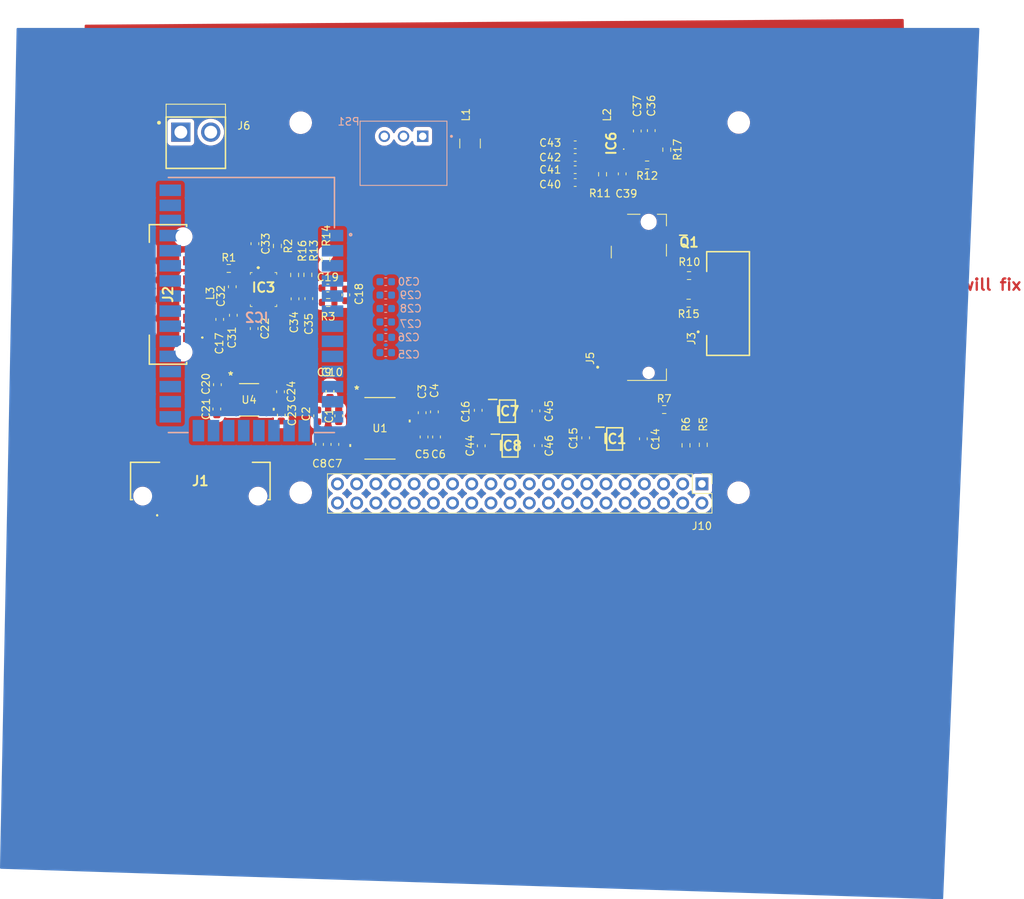
<source format=kicad_pcb>
(kicad_pcb (version 20221018) (generator pcbnew)
  (layers (0 "F.Cu" signal) (1 "In1.Cu" power "GND") (2 "In2.Cu" power "PWR") (31 "B.Cu" signal) (34 "B.Paste" user) (35 "F.Paste" user) (36 "B.SilkS" user "B.Silkscreen") (37 "F.SilkS" user "F.Silkscreen") (38 "B.Mask" user) (39 "F.Mask" user) (44 "Edge.Cuts" user))
  (net 0 "")
  (net 1 "GND")
  (net 2 "3V3")
  (net 3 "5.2V")
  (net 4 "Net-(U4-BYPASS)")
  (net 5 "Net-(U4-NR)")
  (net 6 "VOUT")
  (net 7 "ANI1")
  (net 8 "ANI3")
  (net 9 "DOUT")
  (net 10 "DIN")
  (net 11 "SCLK")
  (net 12 "CS")
  (net 13 "DOUTXBee")
  (net 14 "DINXBee")
  (net 21 "Net-(U1-REGCAPA)")
  (net 23 "Net-(U1-REGCAPD)")
  (net 32 "5VADC{slash}SENSOR")
  (net 36 "Net-(IC2-DIO9{slash}ON{slash}~{SLEEP})")
  (net 39 "Net-(IC2-DIO6{slash}~{RTS})")
  (net 45 "5VRef")
  (net 49 "Net-(J10-Pin_8)")
  (net 50 "Net-(J10-Pin_10)")
  (net 59 "Vin")
  (net 61 "Net-(C18-Pad1)")
  (net 73 "Net-(PS1-+VIN)")
  (net 77 "Net-(IC3-COMP)")
  (net 78 "Net-(IC3-SS)")
  (net 79 "7.5VBOOST")
  (net 80 "3V3_XBEE")
  (net 81 "Net-(IC3-BOOT)")
  (net 82 "Net-(IC3-SW_1)")
  (net 83 "Net-(IC3-VCC)")
  (net 84 "Net-(IC6-FB)")
  (net 85 "VCC3V3")
  (net 86 "IN1(5V)")
  (net 87 "IN2(5V)")
  (net 88 "IN2(3.3V)")
  (net 89 "IN1(3.3V)")
  (net 90 "Net-(IC3-FSW)")
  (net 92 "Net-(IC3-FB)")
  (net 93 "Net-(IC3-ILIM)")
  (net 94 "3V3_PG")
  (net 96 "Net-(IC6-LX)")
  (net 97 "PCIE_PWR_EN")
  (net 98 "DIGITAL_OUTPUT_3")
  (net 99 "DIGITAL_OUTPUT_4")
  (net 100 "DIGITAL_INPUT_4")
  (net 101 "DIGITAL_INPUT_3")
  (net 102 "DIGITAL_OUTPUT_1")
  (net 103 "DIGITAL_OUTPUT_2")
  (net 104 "DIGITAL_INPUT_2")
  (net 105 "DIGITAL_INPUT_1")
  (net 132 "PCIE0 RX-")
  (net 134 "PCIE0 RX+")
  (net 137 "PCIE0 TX-")
  (net 139 "PCIE0 TX+")
  (net 140 "PCIE_RST_B_SW")
  (net 141 "PCIE_CLKREQ_N")
  (net 142 "PCIE CLK-")
  (net 144 "PCIE CLK+")
  (net 152 "STEERING_WHEEL_TX")
  (net 153 "STEERING_WHEEL_RX")
  (net 154 "POWER_BOARD_TX")
  (net 155 "POWER_BOARD_RX")
  (net 156 "NAVOUT")
  (net 157 "NAVIN")
  (net 158 "PCIE_RST_B")
  (net 159 "Net-(J3-Pin_16)")
  (net 160 "ANI4")
  (net 166 "ANI0")
  (net 167 "ANI2")
  (footprint "21xt_footprints:SOP65P400X130-8N" (layer "F.Cu") (at 150.7 87.875)
    (fp_text reference "IC1" (at 0 0) (layer "F.SilkS") (effects (font (size 1.27 1.27) (thickness 0.254))))
    (fp_text value "SN74LVC2T45DCTTG4" hide)
    (pad "1" smd rect (at -1.95 -0.975 90) (size 0.45 1.1) (layers "F.Cu" "F.Paste" "F.Mask") (net 3 "5.2V"))
    (pad "2" smd rect (at -1.95 -0.325 90) (size 0.45 1.1) (layers "F.Cu" "F.Paste" "F.Mask") (net 86 "IN1(5V)"))
    (pad "3" smd rect (at -1.95 0.325 90) (size 0.45 1.1) (layers "F.Cu" "F.Paste" "F.Mask") (net 87 "IN2(5V)"))
    (pad "4" smd rect (at -1.95 0.975 90) (size 0.45 1.1) (layers "F.Cu" "F.Paste" "F.Mask") (net 1 "GND"))
    (pad "5" smd rect (at 1.95 0.975 90) (size 0.45 1.1) (layers "F.Cu" "F.Paste" "F.Mask") (net 1 "GND"))
    (pad "6" smd rect (at 1.95 0.325 90) (size 0.45 1.1) (layers "F.Cu" "F.Paste" "F.Mask") (net 88 "IN2(3.3V)"))
    (pad "7" smd rect (at 1.95 -0.325 90) (size 0.45 1.1) (layers "F.Cu" "F.Paste" "F.Mask") (net 89 "IN1(3.3V)"))
    (pad "8" smd rect (at 1.95 -0.975 90) (size 0.45 1.1) (layers "F.Cu" "F.Paste" "F.Mask") (net 2 "3V3"))
  )
  (footprint "Capacitor_SMD:C_0603_1608Metric" (layer "F.Cu") (at 140.2788 84.1648 90)
    (fp_text reference "C45" (at -0.0254 1.7272 90) (layer "F.SilkS"))
    (fp_text value "0.1uF" hide)
    (pad "1" smd roundrect (at -0.775 0 90) (size 0.9 0.95) (layers "F.Cu" "F.Paste" "F.Mask") (net 1 "GND"))
    (pad "2" smd roundrect (at 0.775 0 90) (size 0.9 0.95) (layers "F.Cu" "F.Paste" "F.Mask") (net 3 "5.2V"))
  )
  (footprint "Capacitor_SMD:C_0603_1608Metric" (layer "F.Cu") (at 111.3628 84.822003 -90)
    (fp_text reference "C2" (at -0.254 1.524 90) (layer "F.SilkS"))
    (fp_text value "1uF" hide)
    (pad "1" smd roundrect (at -0.775 0 270) (size 0.9 0.95) (layers "F.Cu" "F.Paste" "F.Mask") (net 21 "Net-(U1-REGCAPA)"))
    (pad "2" smd roundrect (at 0.775 0 270) (size 0.9 0.95) (layers "F.Cu" "F.Paste" "F.Mask") (net 1 "GND"))
  )
  (footprint "Capacitor_SMD:C_0603_1608Metric" (layer "F.Cu") (at 113 81.6 -90)
    (fp_text reference "C9" (at -2.54 0.762 -180) (layer "F.SilkS"))
    (fp_text value "10uF" hide)
    (pad "1" smd roundrect (at -0.775 0 270) (size 0.9 0.95) (layers "F.Cu" "F.Paste" "F.Mask") (net 1 "GND"))
    (pad "2" smd roundrect (at 0.775 0 270) (size 0.9 0.95) (layers "F.Cu" "F.Paste" "F.Mask") (net 45 "5VRef"))
  )
  (footprint "21xt_footprints:RU_24_ADI" (layer "F.Cu") (at 119.6194 86.475002)
    (fp_text reference "U1" (at 0 0 unlocked) (layer "F.SilkS"))
    (fp_text value "AD7175-2BRUZ" hide)
    (fp_text user "*" (at -3.0734 -5.0736) (layer "F.SilkS"))
    (fp_text user "*" (at -3.0734 -5.0736 unlocked) (layer "F.SilkS"))
    (pad "1" smd rect (at -2.8194 -3.574999) (size 1.4732 0.3556) (layers "F.Cu" "F.Paste" "F.Mask") (net 160 "ANI4"))
    (pad "2" smd rect (at -2.8194 -2.925) (size 1.4732 0.3556) (layers "F.Cu" "F.Paste" "F.Mask") (net 1 "GND"))
    (pad "3" smd rect (at -2.8194 -2.275002) (size 1.4732 0.3556) (layers "F.Cu" "F.Paste" "F.Mask") (net 45 "5VRef"))
    (pad "4" smd rect (at -2.8194 -1.625001) (size 1.4732 0.3556) (layers "F.Cu" "F.Paste" "F.Mask"))
    (pad "5" smd rect (at -2.8194 -0.975002) (size 1.4732 0.3556) (layers "F.Cu" "F.Paste" "F.Mask") (net 21 "Net-(U1-REGCAPA)"))
    (pad "6" smd rect (at -2.8194 -0.325001) (size 1.4732 0.3556) (layers "F.Cu" "F.Paste" "F.Mask") (net 1 "GND"))
    (pad "7" smd rect (at -2.8194 0.324998) (size 1.4732 0.3556) (layers "F.Cu" "F.Paste" "F.Mask") (net 32 "5VADC{slash}SENSOR"))
    (pad "8" smd rect (at -2.8194 0.974999) (size 1.4732 0.3556) (layers "F.Cu" "F.Paste" "F.Mask") (net 32 "5VADC{slash}SENSOR"))
    (pad "9" smd rect (at -2.8194 1.624998) (size 1.4732 0.3556) (layers "F.Cu" "F.Paste" "F.Mask"))
    (pad "10" smd rect (at -2.8194 2.274999) (size 1.4732 0.3556) (layers "F.Cu" "F.Paste" "F.Mask"))
    (pad "11" smd rect (at -2.8194 2.924998) (size 1.4732 0.3556) (layers "F.Cu" "F.Paste" "F.Mask") (net 9 "DOUT"))
    (pad "12" smd rect (at -2.8194 3.574999) (size 1.4732 0.3556) (layers "F.Cu" "F.Paste" "F.Mask") (net 10 "DIN"))
    (pad "13" smd rect (at 2.8194 3.574999) (size 1.4732 0.3556) (layers "F.Cu" "F.Paste" "F.Mask") (net 11 "SCLK"))
    (pad "14" smd rect (at 2.8194 2.925) (size 1.4732 0.3556) (layers "F.Cu" "F.Paste" "F.Mask") (net 12 "CS"))
    (pad "15" smd rect (at 2.8194 2.274999) (size 1.4732 0.3556) (layers "F.Cu" "F.Paste" "F.Mask") (net 1 "GND"))
    (pad "16" smd rect (at 2.8194 1.625001) (size 1.4732 0.3556) (layers "F.Cu" "F.Paste" "F.Mask") (net 2 "3V3"))
    (pad "17" smd rect (at 2.8194 0.974999) (size 1.4732 0.3556) (layers "F.Cu" "F.Paste" "F.Mask") (net 1 "GND"))
    (pad "18" smd rect (at 2.8194 0.325001) (size 1.4732 0.3556) (layers "F.Cu" "F.Paste" "F.Mask") (net 23 "Net-(U1-REGCAPD)"))
    (pad "19" smd rect (at 2.8194 -0.324998) (size 1.4732 0.3556) (layers "F.Cu" "F.Paste" "F.Mask"))
    (pad "20" smd rect (at 2.8194 -0.974999) (size 1.4732 0.3556) (layers "F.Cu" "F.Paste" "F.Mask"))
    (pad "21" smd rect (at 2.8194 -1.624998) (size 1.4732 0.3556) (layers "F.Cu" "F.Paste" "F.Mask") (net 166 "ANI0"))
    (pad "22" smd rect (at 2.8194 -2.274999) (size 1.4732 0.3556) (layers "F.Cu" "F.Paste" "F.Mask") (net 7 "ANI1"))
    (pad "23" smd rect (at 2.8194 -2.924998) (size 1.4732 0.3556) (layers "F.Cu" "F.Paste" "F.Mask") (net 167 "ANI2"))
    (pad "24" smd rect (at 2.8194 -3.574999) (size 1.4732 0.3556) (layers "F.Cu" "F.Paste" "F.Mask") (net 8 "ANI3"))
  )
  (footprint "Capacitor_SMD:C_0603_1608Metric" (layer "F.Cu") (at 151.7 52.775 90)
    (fp_text reference "C39" (at -2.625 0.55) (layer "F.SilkS"))
    (fp_text value "15pF" hide)
    (pad "1" smd roundrect (at -0.775 0 90) (size 0.9 0.95) (layers "F.Cu" "F.Paste" "F.Mask") (net 84 "Net-(IC6-FB)"))
    (pad "2" smd roundrect (at 0.775 0 90) (size 0.9 0.95) (layers "F.Cu" "F.Paste" "F.Mask") (net 84 "Net-(IC6-FB)"))
  )
  (footprint "Capacitor_SMD:C_0603_1608Metric" (layer "F.Cu") (at 113 81.6 -90)
    (fp_text reference "C10" (at -2.54 -0.254 -180) (layer "F.SilkS"))
    (fp_text value "0.1uF" hide)
    (pad "1" smd roundrect (at -0.775 0 270) (size 0.9 0.95) (layers "F.Cu" "F.Paste" "F.Mask") (net 1 "GND"))
    (pad "2" smd roundrect (at 0.775 0 270) (size 0.9 0.95) (layers "F.Cu" "F.Paste" "F.Mask") (net 45 "5VRef"))
  )
  (footprint "21xt_footprints:BQ24123RHLT" (layer "F.Cu") (at 104.2 68.1)
    (fp_text reference "IC3" (at 0 -0.275) (layer "F.SilkS") (effects (font (size 1.27 1.27) (thickness 0.254))))
    (fp_text value "TPS61088QRHLTQ1" hide)
    (pad "1" smd rect (at -0.75 -2.15) (size 0.24 0.6) (layers "F.Cu" "F.Paste" "F.Mask") (net 83 "Net-(IC3-VCC)"))
    (pad "2" smd rect (at -1.65 -1.75 90) (size 0.24 0.6) (layers "F.Cu" "F.Paste" "F.Mask") (net 59 "Vin"))
    (pad "3" smd rect (at -1.65 -1.25 90) (size 0.24 0.6) (layers "F.Cu" "F.Paste" "F.Mask") (net 90 "Net-(IC3-FSW)"))
    (pad "4" smd rect (at -1.65 -0.75 90) (size 0.24 0.6) (layers "F.Cu" "F.Paste" "F.Mask") (net 82 "Net-(IC3-SW_1)"))
    (pad "5" smd rect (at -1.65 -0.25 90) (size 0.24 0.6) (layers "F.Cu" "F.Paste" "F.Mask") (net 82 "Net-(IC3-SW_1)"))
    (pad "6" smd rect (at -1.65 0.25 90) (size 0.24 0.6) (layers "F.Cu" "F.Paste" "F.Mask") (net 82 "Net-(IC3-SW_1)"))
    (pad "7" smd rect (at -1.65 0.75 90) (size 0.24 0.6) (layers "F.Cu" "F.Paste" "F.Mask") (net 82 "Net-(IC3-SW_1)"))
    (pad "8" smd rect (at -1.65 1.25 90) (size 0.24 0.6) (layers "F.Cu" "F.Paste" "F.Mask") (net 81 "Net-(IC3-BOOT)"))
    (pad "9" smd rect (at -1.65 1.75 90) (size 0.24 0.6) (layers "F.Cu" "F.Paste" "F.Mask") (net 59 "Vin"))
    (pad "10" smd rect (at -0.75 2.15) (size 0.24 0.6) (layers "F.Cu" "F.Paste" "F.Mask") (net 78 "Net-(IC3-SS)"))
    (pad "11" smd rect (at 0.75 2.15) (size 0.24 0.6) (layers "F.Cu" "F.Paste" "F.Mask") (net 1 "GND"))
    (pad "12" smd rect (at 1.65 1.75 90) (size 0.24 0.6) (layers "F.Cu" "F.Paste" "F.Mask") (net 1 "GND"))
    (pad "13" smd rect (at 1.65 1.25 90) (size 0.24 0.6) (layers "F.Cu" "F.Paste" "F.Mask"))
    (pad "14" smd rect (at 1.65 0.75 90) (size 0.24 0.6) (layers "F.Cu" "F.Paste" "F.Mask") (net 79 "7.5VBOOST"))
    (pad "15" smd rect (at 1.65 0.25 90) (size 0.24 0.6) (layers "F.Cu" "F.Paste" "F.Mask") (net 79 "7.5VBOOST"))
    (pad "16" smd rect (at 1.65 -0.25 90) (size 0.24 0.6) (layers "F.Cu" "F.Paste" "F.Mask") (net 79 "7.5VBOOST"))
    (pad "17" smd rect (at 1.65 -0.75 90) (size 0.24 0.6) (layers "F.Cu" "F.Paste" "F.Mask") (net 92 "Net-(IC3-FB)"))
    (pad "18" smd rect (at 1.65 -1.25 90) (size 0.24 0.6) (layers "F.Cu" "F.Paste" "F.Mask") (net 77 "Net-(IC3-COMP)"))
    (pad "19" smd rect (at 1.65 -1.75 90) (size 0.24 0.6) (layers "F.Cu" "F.Paste" "F.Mask") (net 93 "Net-(IC3-ILIM)"))
    (pad "20" smd rect (at 0.75 -2.15) (size 0.24 0.6) (layers "F.Cu" "F.Paste" "F.Mask") (net 1 "GND"))
    (pad "21" smd rect (at 0 0) (size 2.05 3.05) (layers "F.Cu" "F.Paste" "F.Mask") (net 1 "GND"))
    (pad "22" smd rect (at 0 -1.725 90) (size 0.4 0.75) (layers "F.Cu" "F.Paste" "F.Mask") (net 1 "GND"))
    (pad "23" smd rect (at 0 1.725 90) (size 0.4 0.75) (layers "F.Cu" "F.Paste" "F.Mask") (net 1 "GND"))
    (pad "24" smd rect (at -0.275 -2.189) (size 0.2 0.525) (layers "F.Cu" "F.Paste" "F.Mask") (net 1 "GND"))
    (pad "25" smd rect (at 0.275 -2.189) (size 0.2 0.525) (layers "F.Cu" "F.Paste" "F.Mask") (net 1 "GND"))
    (pad "26" smd rect (at -0.275 2.189) (size 0.2 0.525) (layers "F.Cu" "F.Paste" "F.Mask") (net 1 "GND"))
    (pad "27" smd rect (at 0.275 2.189) (size 0.2 0.525) (layers "F.Cu" "F.Paste" "F.Mask") (net 1 "GND"))
  )
  (footprint "Resistor_SMD:R_0603_1608Metric" (layer "F.Cu") (at 160.55 66.25 180)
    (fp_text reference "R10" (at -0.05 1.8) (layer "F.SilkS"))
    (fp_text value "33" hide)
    (pad "1" smd roundrect (at -0.825 0 180) (size 0.8 0.95) (layers "F.Cu" "F.Paste" "F.Mask") (net 159 "Net-(J3-Pin_16)"))
    (pad "2" smd roundrect (at 0.825 0 180) (size 0.8 0.95) (layers "F.Cu" "F.Paste" "F.Mask") (net 158 "PCIE_RST_B"))
  )
  (footprint "Capacitor_SMD:C_0603_1608Metric" (layer "F.Cu") (at 154.5042 87.8618 90)
    (fp_text reference "C14" (at -0.0508 1.6002 90) (layer "F.SilkS"))
    (fp_text value "0.1uF" hide)
    (pad "1" smd roundrect (at -0.775 0 90) (size 0.9 0.95) (layers "F.Cu" "F.Paste" "F.Mask") (net 1 "GND"))
    (pad "2" smd roundrect (at 0.775 0 90) (size 0.9 0.95) (layers "F.Cu" "F.Paste" "F.Mask") (net 2 "3V3"))
  )
  (footprint "Resistor_SMD:R_0603_1608Metric" (layer "F.Cu") (at 112.4594 64.1168 90)
    (fp_text reference "R14" (at 3.1496 0.0508 90) (layer "F.SilkS"))
    (fp_text value "56k" hide)
    (pad "1" smd roundrect (at -0.825 0 90) (size 0.8 0.95) (layers "F.Cu" "F.Paste" "F.Mask") (net 92 "Net-(IC3-FB)"))
    (pad "2" smd roundrect (at 0.825 0 90) (size 0.8 0.95) (layers "F.Cu" "F.Paste" "F.Mask") (net 1 "GND"))
  )
  (footprint "21xt_footprints:SOP65P400X130-8N" (layer "F.Cu") (at 136.5 84.2)
    (fp_text reference "IC7" (at 0 0) (layer "F.SilkS") (effects (font (size 1.27 1.27) (thickness 0.254))))
    (fp_text value "SN74LVC2T45DCTTG4" hide)
    (pad "1" smd rect (at -1.95 -0.975 90) (size 0.45 1.1) (layers "F.Cu" "F.Paste" "F.Mask") (net 2 "3V3"))
    (pad "2" smd rect (at -1.95 -0.325 90) (size 0.45 1.1) (layers "F.Cu" "F.Paste" "F.Mask") (net 98 "DIGITAL_OUTPUT_3"))
    (pad "3" smd rect (at -1.95 0.325 90) (size 0.45 1.1) (layers "F.Cu" "F.Paste" "F.Mask") (net 99 "DIGITAL_OUTPUT_4"))
    (pad "4" smd rect (at -1.95 0.975 90) (size 0.45 1.1) (layers "F.Cu" "F.Paste" "F.Mask") (net 1 "GND"))
    (pad "5" smd rect (at 1.95 0.975 90) (size 0.45 1.1) (layers "F.Cu" "F.Paste" "F.Mask") (net 1 "GND"))
    (pad "6" smd rect (at 1.95 0.325 90) (size 0.45 1.1) (layers "F.Cu" "F.Paste" "F.Mask") (net 100 "DIGITAL_INPUT_4"))
    (pad "7" smd rect (at 1.95 -0.325 90) (size 0.45 1.1) (layers "F.Cu" "F.Paste" "F.Mask") (net 101 "DIGITAL_INPUT_3"))
    (pad "8" smd rect (at 1.95 -0.975 90) (size 0.45 1.1) (layers "F.Cu" "F.Paste" "F.Mask") (net 3 "5.2V"))
  )
  (footprint "21xt_footprints:JST_B2P-VH_LF__SN_(2 pin)" (layer "F.Cu") (at 95.23 47.25)
    (fp_text reference "J6" (at 6.37 -0.85) (layer "F.SilkS") (effects (font (size 1.001425 1.001425))))
    (fp_text value "Conn_01x02")
    (pad "1" thru_hole rect (at -1.98 0) (size 2.55 2.55) (drill 1.7) (layers "*.Cu" "*.Mask") (net 1 "GND"))
    (pad "2" thru_hole circle (at 1.98 0) (size 2.55 2.55) (drill 1.7) (layers "*.Cu" "*.Mask") (net 3 "5.2V"))
  )
  (footprint "Capacitor_SMD:C_0603_1608Metric" (layer "F.Cu") (at 102.9598 73.2608 -90)
    (fp_text reference "C22" (at 0 -1.43 90) (layer "F.SilkS"))
    (fp_text value "47nF" hide)
    (pad "1" smd roundrect (at -0.775 0 270) (size 0.9 0.95) (layers "F.Cu" "F.Paste" "F.Mask") (net 78 "Net-(IC3-SS)"))
    (pad "2" smd roundrect (at 0.775 0 270) (size 0.9 0.95) (layers "F.Cu" "F.Paste" "F.Mask") (net 1 "GND"))
  )
  (footprint "Capacitor_SMD:C_0603_1608Metric" (layer "F.Cu") (at 155.55 47.05 90)
    (fp_text reference "C36" (at 3.302 0 90) (layer "F.SilkS"))
    (fp_text value "10uF" hide)
    (pad "1" smd roundrect (at -0.775 0 90) (size 0.9 0.95) (layers "F.Cu" "F.Paste" "F.Mask") (net 3 "5.2V"))
    (pad "2" smd roundrect (at 0.775 0 90) (size 0.9 0.95) (layers "F.Cu" "F.Paste" "F.Mask") (net 1 "GND"))
  )
  (footprint "Capacitor_SMD:C_0603_1608Metric" (layer "F.Cu") (at 113.6488 88.602003 90)
    (fp_text reference "C7" (at -2.54 0) (layer "F.SilkS"))
    (fp_text value "0.1uF" hide)
    (pad "1" smd roundrect (at -0.775 0 90) (size 0.9 0.95) (layers "F.Cu" "F.Paste" "F.Mask") (net 1 "GND"))
    (pad "2" smd roundrect (at 0.775 0 90) (size 0.9 0.95) (layers "F.Cu" "F.Paste" "F.Mask") (net 32 "5VADC{slash}SENSOR"))
  )
  (footprint "Resistor_SMD:R_0603_1608Metric" (layer "F.Cu") (at 157.6 49.575 -90)
    (fp_text reference "R17" (at 0 -1.43 90) (layer "F.SilkS"))
    (fp_text value "10k" hide)
    (pad "1" smd roundrect (at -0.825 0 270) (size 0.8 0.95) (layers "F.Cu" "F.Paste" "F.Mask") (net 3 "5.2V"))
    (pad "2" smd roundrect (at 0.825 0 270) (size 0.8 0.95) (layers "F.Cu" "F.Paste" "F.Mask") (net 94 "3V3_PG"))
  )
  (footprint "Inductor_SMD:L_0402_1005Metric" (layer "F.Cu") (at 148.45 45.065 90)
    (fp_text reference "L2" (at 0.1 1.25 90) (layer "F.SilkS"))
    (fp_text value "22uH" hide)
    (pad "1" smd roundrect (at -0.485 0 90) (size 0.59 0.64) (layers "F.Cu" "F.Paste" "F.Mask") (net 96 "Net-(IC6-LX)"))
    (pad "2" smd roundrect (at 0.485 0 90) (size 0.59 0.64) (layers "F.Cu" "F.Paste" "F.Mask") (net 85 "VCC3V3"))
  )
  (footprint "Capacitor_SMD:C_0603_1608Metric" (layer "F.Cu") (at 111.6168 88.602003 90)
    (fp_text reference "C8" (at -2.54 0) (layer "F.SilkS"))
    (fp_text value "1uF" hide)
    (pad "1" smd roundrect (at -0.775 0 90) (size 0.9 0.95) (layers "F.Cu" "F.Paste" "F.Mask") (net 1 "GND"))
    (pad "2" smd roundrect (at 0.775 0 90) (size 0.9 0.95) (layers "F.Cu" "F.Paste" "F.Mask") (net 32 "5VADC{slash}SENSOR"))
  )
  (footprint "Resistor_SMD:R_0603_1608Metric" (layer "F.Cu") (at 99.6 65.3)
    (fp_text reference "R1" (at 0 -1.43) (layer "F.SilkS"))
    (fp_text value "225k" hide)
    (pad "1" smd roundrect (at -0.825 0) (size 0.8 0.95) (layers "F.Cu" "F.Paste" "F.Mask") (net 82 "Net-(IC3-SW_1)"))
    (pad "2" smd roundrect (at 0.825 0) (size 0.8 0.95) (layers "F.Cu" "F.Paste" "F.Mask") (net 90 "Net-(IC3-FSW)"))
  )
  (footprint "Capacitor_SMD:C_0603_1608Metric" (layer "F.Cu") (at 103.056 62.024 -90)
    (fp_text reference "C33" (at 0 -1.43 90) (layer "F.SilkS"))
    (fp_text value "3.3uF")
    (pad "1" smd roundrect (at -0.775 0 270) (size 0.9 0.95) (layers "F.Cu" "F.Paste" "F.Mask") (net 1 "GND"))
    (pad "2" smd roundrect (at 0.775 0 270) (size 0.9 0.95) (layers "F.Cu" "F.Paste" "F.Mask") (net 83 "Net-(IC3-VCC)"))
  )
  (footprint "Capacitor_SMD:C_0603_1608Metric" (layer "F.Cu") (at 115.1 68.8 90)
    (fp_text reference "C18" (at 0.1146 1.7526 90) (layer "F.SilkS"))
    (fp_text value "0.6nF" hide)
    (pad "1" smd roundrect (at -0.775 0 90) (size 0.9 0.95) (layers "F.Cu" "F.Paste" "F.Mask") (net 61 "Net-(C18-Pad1)"))
    (pad "2" smd roundrect (at 0.775 0 90) (size 0.9 0.95) (layers "F.Cu" "F.Paste" "F.Mask") (net 1 "GND"))
  )
  (footprint "Resistor_SMD:R_0603_1608Metric" (layer "F.Cu") (at 106.0332 62.3266 -90)
    (fp_text reference "R2" (at 0 -1.43 90) (layer "F.SilkS"))
    (fp_text value "49.9k" hide)
    (pad "1" smd roundrect (at -0.825 0 270) (size 0.8 0.95) (layers "F.Cu" "F.Paste" "F.Mask") (net 1 "GND"))
    (pad "2" smd roundrect (at 0.825 0 270) (size 0.8 0.95) (layers "F.Cu" "F.Paste" "F.Mask") (net 93 "Net-(IC3-ILIM)"))
  )
  (footprint "Capacitor_SMD:C_0603_1608Metric" (layer "F.Cu") (at 145.475 53.925 180)
    (fp_text reference "C40" (at 3.315 -0.254) (layer "F.SilkS"))
    (fp_text value "10uF" hide)
    (pad "1" smd roundrect (at -0.775 0 180) (size 0.9 0.95) (layers "F.Cu" "F.Paste" "F.Mask") (net 85 "VCC3V3"))
    (pad "2" smd roundrect (at 0.775 0 180) (size 0.9 0.95) (layers "F.Cu" "F.Paste" "F.Mask") (net 1 "GND"))
  )
  (footprint "21xt_footprints:908160010(picolex-10)" (layer "F.Cu") (at 91.55 68.74 90)
    (fp_text reference "J2" (at 0 0 90) (layer "F.SilkS") (effects (font (size 1.27 1.27) (thickness 0.254))))
    (fp_text value "Conn_01x10" hide)
    (pad "" np_thru_hole circle (at -7.64 2 90) (size 2 2) (drill 2) (layers "*.Cu" "*.Mask"))
    (pad "" np_thru_hole circle (at 7.64 2 90) (size 2 2) (drill 2) (layers "*.Cu" "*.Mask"))
    (pad "1" smd rect (at -5.71 3 90) (size 1.2 2) (layers "F.Cu" "F.Paste" "F.Mask") (net 7 "ANI1"))
    (pad "2" smd rect (at -4.44 -3 90) (size 1.2 2) (layers "F.Cu" "F.Paste" "F.Mask") (net 167 "ANI2"))
    (pad "3" smd rect (at -3.17 3 90) (size 1.2 2) (layers "F.Cu" "F.Paste" "F.Mask") (net 8 "ANI3"))
    (pad "4" smd rect (at -1.9 -3 90) (size 1.2 2) (layers "F.Cu" "F.Paste" "F.Mask") (net 160 "ANI4"))
    (pad "5" smd rect (at -0.63 3 90) (size 1.2 2) (layers "F.Cu" "F.Paste" "F.Mask") (net 1 "GND"))
    (pad "6" smd rect (at 0.64 -3 90) (size 1.2 2) (layers "F.Cu" "F.Paste" "F.Mask") (net 32 "5VADC{slash}SENSOR"))
    (pad "7" smd rect (at 1.91 3 90) (size 1.2 2) (layers "F.Cu" "F.Paste" "F.Mask") (net 105 "DIGITAL_INPUT_1"))
    (pad "8" smd rect (at 3.18 -3 90) (size 1.2 2) (layers "F.Cu" "F.Paste" "F.Mask") (net 104 "DIGITAL_INPUT_2"))
    (pad "9" smd rect (at 4.45 3 90) (size 1.2 2) (layers "F.Cu" "F.Paste" "F.Mask") (net 101 "DIGITAL_INPUT_3"))
    (pad "10" smd rect (at 5.72 -3 90) (size 1.2 2) (layers "F.Cu" "F.Paste" "F.Mask") (net 100 "DIGITAL_INPUT_4"))
  )
  (footprint "MountingHole:MountingHole_2.5mm" (layer "F.Cu") (at 167.1066 94.996 90)
    (fp_text reference "H3" hide)
    (fp_text value "MountingHole" hide)
    (pad "" np_thru_hole circle (at 0 0 90) (size 2.5 2.5) (drill 2.5) (layers "*.Cu" "*.Mask"))
  )
  (footprint "Resistor_SMD:R_0603_1608Metric" (layer "F.Cu") (at 112.7642 69.8064)
    (fp_text reference "R3" (at -0.0254 1.8796) (layer "F.SilkS"))
    (fp_text value "125k" hide)
    (pad "1" smd roundrect (at -0.825 0) (size 0.8 0.95) (layers "F.Cu" "F.Paste" "F.Mask") (net 77 "Net-(IC3-COMP)"))
    (pad "2" smd roundrect (at 0.825 0) (size 0.8 0.95) (layers "F.Cu" "F.Paste" "F.Mask") (net 61 "Net-(C18-Pad1)"))
  )
  (footprint "Capacitor_SMD:C_0603_1608Metric" (layer "F.Cu") (at 140.578 88.7648 90)
    (fp_text reference "C46" (at 0 1.4478 90) (layer "F.SilkS"))
    (fp_text value "0.1uF" hide)
    (pad "1" smd roundrect (at -0.775 0 90) (size 0.9 0.95) (layers "F.Cu" "F.Paste" "F.Mask") (net 1 "GND"))
    (pad "2" smd roundrect (at 0.775 0 90) (size 0.9 0.95) (layers "F.Cu" "F.Paste" "F.Mask") (net 3 "5.2V"))
  )
  (footprint "Capacitor_SMD:C_0603_1608Metric" (layer "F.Cu") (at 145.475 52.225 180)
    (fp_text reference "C41" (at 3.302 0) (layer "F.SilkS"))
    (fp_text value "10uF" hide)
    (pad "1" smd roundrect (at -0.775 0 180) (size 0.9 0.95) (layers "F.Cu" "F.Paste" "F.Mask") (net 85 "VCC3V3"))
    (pad "2" smd roundrect (at 0.775 0 180) (size 0.9 0.95) (layers "F.Cu" "F.Paste" "F.Mask") (net 1 "GND"))
  )
  (footprint "Inductor_SMD:L_1210_3225Metric" (layer "F.Cu") (at 131.55 48.75 90)
    (fp_text reference "L1" (at 3.8 -0.55 90) (layer "F.SilkS"))
    (fp_text value "3.9uH")
    (pad "1" smd roundrect (at -1.4 0 90) (size 1.25 2.65) (layers "F.Cu" "F.Paste" "F.Mask") (roundrect_rratio 0.2) (net 3 "5.2V"))
    (pad "2" smd roundrect (at 1.4 0 90) (size 1.25 2.65) (layers "F.Cu" "F.Paste" "F.Mask") (roundrect_rratio 0.2) (net 73 "Net-(PS1-+VIN)"))
  )
  (footprint "21xt_footprints:SAMTEC_ZF5S-16-01-T-WT" (layer "F.Cu") (at 165.3 69.947 90)
    (fp_text reference "J3" (at -4.65 -4.43 90) (layer "F.SilkS"))
    (fp_text value "Conn_01x16" hide)
    (pad "01" smd rect (at -3.75 -1.98 90) (size 0.3 1.6) (layers "F.Cu" "F.Paste" "F.Mask"))
    (pad "02" smd rect (at -3.25 -1.98 90) (size 0.3 1.6) (layers "F.Cu" "F.Paste" "F.Mask"))
    (pad "03" smd rect (at -2.75 -1.98 90) (size 0.3 1.6) (layers "F.Cu" "F.Paste" "F.Mask"))
    (pad "04" smd rect (at -2.25 -1.98 90) (size 0.3 1.6) (layers "F.Cu" "F.Paste" "F.Mask"))
    (pad "05" smd rect (at -1.75 -1.98 90) (size 0.3 1.6) (layers "F.Cu" "F.Paste" "F.Mask"))
    (pad "06" smd rect (at -1.25 -1.98 90) (size 0.3 1.6) (layers "F.Cu" "F.Paste" "F.Mask"))
    (pad "07" smd rect (at -0.75 -1.98 90) (size 0.3 1.6) (layers "F.Cu" "F.Paste" "F.Mask"))
    (pad "08" smd rect (at -0.25 -1.98 90) (size 0.3 1.6) (layers "F.Cu" "F.Paste" "F.Mask"))
    (pad "09" smd rect (at 0.25 -1.98 90) (size 0.3 1.6) (layers "F.Cu" "F.Paste" "F.Mask"))
    (pad "10" smd rect (at 0.75 -1.98 90) (size 0.3 1.6) (layers "F.Cu" "F.Paste" "F.Mask") (net 139 "PCIE0 TX+"))
    (pad "11" smd rect (at 1.25 -1.98 90) (size 0.3 1.6) (layers "F.Cu" "F.Paste" "F.Mask") (net 137 "PCIE0 TX-"))
    (pad "12" smd rect (at 1.75 -1.98 90) (size 0.3 1.6) (layers "F.Cu" "F.Paste" "F.Mask") (net 1 "GND"))
    (pad "13" smd rect (at 2.25 -1.98 90) (size 0.3 1.6) (layers "F.Cu" "F.Paste" "F.Mask") (net 97 "PCIE_PWR_EN"))
    (pad "14" smd rect (at 2.75 -1.98 90) (size 0.3 1.6) (layers "F.Cu" "F.Paste" "F.Mask"))
    (pad "15" smd rect (at 3.25 -1.98 90) (size 0.3 1.6) (layers "F.Cu" "F.Paste" "F.Mask") (net 141 "PCIE_CLKREQ_N"))
    (pad "16" smd rect (at 3.75 -1.98 90) (size 0.3 1.6) (layers "F.Cu" "F.Paste" "F.Mask") (net 159 "Net-(J3-Pin_16)"))
    (pad "S1" smd rect (at -5.397 0 90) (size 2.24 3.12) (layers "F.Cu" "F.Paste" "F.Mask"))
    (pad "S2" smd rect (at 5.397 0 90) (size 2.24 3.12) (layers "F.Cu" "F.Paste" "F.Mask"))
  )
  (footprint "Capacitor_SMD:C_0603_1608Metric" (layer "F.Cu") (at 132.6334 84.0886 90)
    (fp_text reference "C16" (at -0.1778 -1.6764 90) (layer "F.SilkS"))
    (fp_text value "0.1uF" hide)
    (pad "1" smd roundrect (at -0.775 0 90) (size 0.9 0.95) (layers "F.Cu" "F.Paste" "F.Mask") (net 1 "GND"))
    (pad "2" smd roundrect (at 0.775 0 90) (size 0.9 0.95) (layers "F.Cu" "F.Paste" "F.Mask") (net 2 "3V3"))
  )
  (footprint "Resistor_SMD:R_0603_1608Metric" (layer "F.Cu") (at 110.0718 66.1488 90)
    (fp_text reference "R13" (at 3.2004 0.7874 90) (layer "F.SilkS"))
    (fp_text value "290k" hide)
    (pad "1" smd roundrect (at -0.825 0 90) (size 0.8 0.95) (layers "F.Cu" "F.Paste" "F.Mask") (net 79 "7.5VBOOST"))
    (pad "2" smd roundrect (at 0.825 0 90) (size 0.8 0.95) (layers "F.Cu" "F.Paste" "F.Mask") (net 92 "Net-(IC3-FB)"))
  )
  (footprint "MountingHole:MountingHole_2.5mm" (layer "F.Cu") (at 109.1184 45.9994 90)
    (fp_text reference "H4" hide)
    (fp_text value "MountingHole" hide)
    (pad "" np_thru_hole circle (at 0 0 90) (size 2.5 2.5) (drill 2.5) (layers "*.Cu" "*.Mask"))
  )
  (footprint "Capacitor_SMD:C_0603_1608Metric" (layer "F.Cu") (at 106.5516 84.730401 -90)
    (fp_text reference "C23" (at 0 -1.43 90) (layer "F.SilkS"))
    (fp_text value "0.1uF" hide)
    (pad "1" smd roundrect (at -0.775 0 270) (size 0.9 0.95) (layers "F.Cu" "F.Paste" "F.Mask") (net 79 "7.5VBOOST"))
    (pad "2" smd roundrect (at 0.775 0 270) (size 0.9 0.95) (layers "F.Cu" "F.Paste" "F.Mask") (net 1 "GND"))
  )
  (footprint "21xt_footprints:908160010(picolex-10)" (layer "F.Cu") (at 95.83 93.45)
    (fp_text reference "J1" (at 0 0) (layer "F.SilkS") (effects (font (size 1.27 1.27) (thickness 0.254))))
    (fp_text value "Conn_01x10" hide)
    (pad "" np_thru_hole circle (at -7.64 2) (size 2 2) (drill 2) (layers "*.Cu" "*.Mask"))
    (pad "" np_thru_hole circle (at 7.64 2) (size 2 2) (drill 2) (layers "*.Cu" "*.Mask"))
    (pad "1" smd rect (at -5.71 3) (size 1.2 2) (layers "F.Cu" "F.Paste" "F.Mask") (net 156 "NAVOUT"))
    (pad "2" smd rect (at -4.44 -3) (size 1.2 2) (layers "F.Cu" "F.Paste" "F.Mask") (net 157 "NAVIN"))
    (pad "3" smd rect (at -3.17 3) (size 1.2 2) (layers "F.Cu" "F.Paste" "F.Mask") (net 154 "POWER_BOARD_TX"))
    (pad "4" smd rect (at -1.9 -3) (size 1.2 2) (layers "F.Cu" "F.Paste" "F.Mask") (net 155 "POWER_BOARD_RX"))
    (pad "5" smd rect (at -0.63 3) (size 1.2 2) (layers "F.Cu" "F.Paste" "F.Mask") (net 152 "STEERING_WHEEL_TX"))
    (pad "6" smd rect (at 0.64 -3) (size 1.2 2) (layers "F.Cu" "F.Paste" "F.Mask") (net 153 "STEERING_WHEEL_RX"))
    (pad "7" smd rect (at 1.91 3) (size 1.2 2) (layers "F.Cu" "F.Paste" "F.Mask") (net 3 "5.2V"))
    (pad "8" smd rect (at 3.18 -3) (size 1.2 2) (layers "F.Cu" "F.Paste" "F.Mask") (net 1 "GND"))
    (pad "9" smd rect (at 4.45 3) (size 1.2 2) (layers "F.Cu" "F.Paste" "F.Mask") (net 86 "IN1(5V)"))
    (pad "10" smd rect (at 5.72 -3) (size 1.2 2) (layers "F.Cu" "F.Paste" "F.Mask") (net 87 "IN2(5V)"))
  )
  (footprint "Resistor_SMD:R_0603_1608Metric" (layer "F.Cu") (at 160.15 88.725 -90)
    (fp_text reference "R6" (at -2.794 0 90) (layer "F.SilkS"))
    (fp_text value "68")
    (pad "1" smd roundrect (at -0.825 0 270) (size 0.8 0.95) (layers "F.Cu" "F.Paste" "F.Mask") (net 14 "DINXBee"))
    (pad "2" smd roundrect (at 0.825 0 270) (size 0.8 0.95) (layers "F.Cu" "F.Paste" "F.Mask") (net 50 "Net-(J10-Pin_10)"))
  )
  (footprint "Capacitor_SMD:C_0603_1608Metric" (layer "F.Cu") (at 153.7 47.1 90)
    (fp_text reference "C37" (at 3.302 0 90) (layer "F.SilkS"))
    (fp_text value "10uF" hide)
    (pad "1" smd roundrect (at -0.775 0 90) (size 0.9 0.95) (layers "F.Cu" "F.Paste" "F.Mask") (net 3 "5.2V"))
    (pad "2" smd roundrect (at 0.775 0 90) (size 0.9 0.95) (layers "F.Cu" "F.Paste" "F.Mask") (net 1 "GND"))
  )
  (footprint "Resistor_SMD:R_0603_1608Metric" (layer "F.Cu") (at 149.1 52.825 -90)
    (fp_text reference "R11" (at 2.525 0.35) (layer "F.SilkS"))
    (fp_text value "10k" hide)
    (pad "1" smd roundrect (at -0.825 0 270) (size 0.8 0.95) (layers "F.Cu" "F.Paste" "F.Mask") (net 85 "VCC3V3"))
    (pad "2" smd roundrect (at 0.825 0 270) (size 0.8 0.95) (layers "F.Cu" "F.Paste" "F.Mask") (net 84 "Net-(IC6-FB)"))
  )
  (footprint "Capacitor_SMD:C_0603_1608Metric" (layer "F.Cu") (at 133.0342 88.7902 90)
    (fp_text reference "C44" (at 0.0254 -1.4732 90) (layer "F.SilkS"))
    (fp_text value "0.1uF" hide)
    (pad "1" smd roundrect (at -0.775 0 90) (size 0.9 0.95) (layers "F.Cu" "F.Paste" "F.Mask") (net 1 "GND"))
    (pad "2" smd roundrect (at 0.775 0 90) (size 0.9 0.95) (layers "F.Cu" "F.Paste" "F.Mask") (net 2 "3V3"))
  )
  (footprint "Capacitor_SMD:C_0603_1608Metric" (layer "F.Cu") (at 100.0642 67.7236 90)
    (fp_text reference "C32" (at -1.2264 -1.5142 90) (layer "F.SilkS"))
    (fp_text value "0.1uF" hide)
    (pad "1" smd roundrect (at -0.775 0 90) (size 0.9 0.95) (layers "F.Cu" "F.Paste" "F.Mask") (net 81 "Net-(IC3-BOOT)"))
    (pad "2" smd roundrect (at 0.775 0 90) (size 0.9 0.95) (layers "F.Cu" "F.Paste" "F.Mask") (net 82 "Net-(IC3-SW_1)"))
  )
  (footprint "Resistor_SMD:R_0603_1608Metric" (layer "F.Cu") (at 160.5 69.9 180)
    (fp_text reference "R15" (at 0 -1.43) (layer "F.SilkS"))
    (fp_text value "100k" hide)
    (pad "1" smd roundrect (at -0.825 0 180) (size 0.8 0.95) (layers "F.Cu" "F.Paste" "F.Mask") (net 97 "PCIE_PWR_EN"))
    (pad "2" smd roundrect (at 0.825 0 180) (size 0.8 0.95) (layers "F.Cu" "F.Paste" "F.Mask") (net 1 "GND"))
  )
  (footprint "Capacitor_SMD:C_0603_1608Metric" (layer "F.Cu") (at 145.475 48.925 180)
    (fp_text reference "C43" (at 3.302 0.254) (layer "F.SilkS"))
    (fp_text value "10uF" hide)
    (pad "1" smd roundrect (at -0.775 0 180) (size 0.9 0.95) (layers "F.Cu" "F.Paste" "F.Mask") (net 85 "VCC3V3"))
    (pad "2" smd roundrect (at 0.775 0 180) (size 0.9 0.95) (layers "F.Cu" "F.Paste" "F.Mask") (net 1 "GND"))
  )
  (footprint "21xt_footprints:SOP65P400X130-8N" (layer "F.Cu") (at 136.85 88.8)
    (fp_text reference "IC8" (at 0 0) (layer "F.SilkS") (effects (font (size 1.27 1.27) (thickness 0.254))))
    (fp_text value "SN74LVC2T45DCTTG4" hide)
    (pad "1" smd rect (at -1.95 -0.975 90) (size 0.45 1.1) (layers "F.Cu" "F.Paste" "F.Mask") (net 2 "3V3"))
    (pad "2" smd rect (at -1.95 -0.325 90) (size 0.45 1.1) (layers "F.Cu" "F.Paste" "F.Mask") (net 102 "DIGITAL_OUTPUT_1"))
    (pad "3" smd rect (at -1.95 0.325 90) (size 0.45 1.1) (layers "F.Cu" "F.Paste" "F.Mask") (net 103 "DIGITAL_OUTPUT_2"))
    (pad "4" smd rect (at -1.95 0.975 90) (size 0.45 1.1) (layers "F.Cu" "F.Paste" "F.Mask") (net 1 "GND"))
    (pad "5" smd rect (at 1.95 0.975 90) (size 0.45 1.1) (layers "F.Cu" "F.Paste" "F.Mask") (net 1 "GND"))
    (pad "6" smd rect (at 1.95 0.325 90) (size 0.45 1.1) (layers "F.Cu" "F.Paste" "F.Mask") (net 104 "DIGITAL_INPUT_2"))
    (pad "7" smd rect (at 1.95 -0.325 90) (size 0.45 1.1) (layers "F.Cu" "F.Paste" "F.Mask") (net 105 "DIGITAL_INPUT_1"))
    (pad "8" smd rect (at 1.95 -0.975 90) (size 0.45 1.1) (layers "F.Cu" "F.Paste" "F.Mask") (net 3 "5.2V"))
  )
  (footprint "MountingHole:MountingHole_2.5mm" (layer "F.Cu") (at 167.132 45.974 90)
    (fp_text reference "H2" (at -0.176 0.218 90) (layer "F.SilkS"))
    (fp_text value "MountingHole" hide)
    (pad "" np_thru_hole circle (at 0 0 90) (size 2.5 2.5) (drill 2.5) (layers "*.Cu" "*.Mask"))
  )
  (footprint "21xt_footprints:SOT50P160X90-3N(DIODE)" (layer "F.Cu") (at 160.55 61.85)
    (fp_text reference "Q1" (at 0 0) (layer "F.SilkS") (effects (font (size 1.27 1.27) (thickness 0.254))))
    (fp_text value "DMG1012T-7" hide)
    (pad "1" smd rect (at -0.75 -0.5 90) (size 0.4 1) (layers "F.Cu" "F.Paste" "F.Mask") (net 94 "3V3_PG"))
    (pad "2" smd rect (at -0.75 0.5 90) (size 0.4 1) (layers "F.Cu" "F.Paste" "F.Mask") (net 140 "PCIE_RST_B_SW"))
    (pad "3" smd rect (at 0.75 0 90) (size 0.4 1) (layers "F.Cu" "F.Paste" "F.Mask") (net 158 "PCIE_RST_B"))
  )
  (footprint "Capacitor_SMD:C_0603_1608Metric" (layer "F.Cu") (at 98.4 72.05 -90)
    (fp_text reference "C17" (at 3.1874 0.0508 90) (layer "F.SilkS"))
    (fp_text value "0.1uF" hide)
    (pad "1" smd roundrect (at -0.775 0 270) (size 0.9 0.95) (layers "F.Cu" "F.Paste" "F.Mask") (net 59 "Vin"))
    (pad "2" smd roundrect (at 0.775 0 270) (size 0.9 0.95) (layers "F.Cu" "F.Paste" "F.Mask") (net 1 "GND"))
  )
  (footprint "Capacitor_SMD:C_0603_1608Metric" (layer "F.Cu") (at 145.475 50.6 180)
    (fp_text reference "C42" (at 3.315 0) (layer "F.SilkS"))
    (fp_text value "10uF" hide)
    (pad "1" smd roundrect (at -0.775 0 180) (size 0.9 0.95) (layers "F.Cu" "F.Paste" "F.Mask") (net 85 "VCC3V3"))
    (pad "2" smd roundrect (at 0.775 0 180) (size 0.9 0.95) (layers "F.Cu" "F.Paste" "F.Mask") (net 1 "GND"))
  )
  (footprint "Capacitor_SMD:C_0603_1608Metric" (layer "F.Cu") (at 98.0934 80.691801 -90)
    (fp_text reference "C20" (at -0.1016 1.524 90) (layer "F.SilkS"))
    (fp_text value "0.1uF" hide)
    (pad "1" smd roundrect (at -0.775 0 270) (size 0.9 0.95) (layers "F.Cu" "F.Paste" "F.Mask") (net 1 "GND"))
    (pad "2" smd roundrect (at 0.775 0 270) (size 0.9 0.95) (layers "F.Cu" "F.Paste" "F.Mask") (net 4 "Net-(U4-BYPASS)"))
  )
  (footprint "Capacitor_SMD:C_0603_1608Metric" (layer "F.Cu") (at 106.45 81.631601 -90)
    (fp_text reference "C24" (at 0 -1.43 90) (layer "F.SilkS"))
    (fp_text value "1uF" hide)
    (pad "1" smd roundrect (at -0.775 0 270) (size 0.9 0.95) (layers "F.Cu" "F.Paste" "F.Mask") (net 1 "GND"))
    (pad "2" smd roundrect (at 0.775 0 270) (size 0.9 0.95) (layers "F.Cu" "F.Paste" "F.Mask") (net 45 "5VRef"))
  )
  (footprint "Capacitor_SMD:C_0603_1608Metric" (layer "F.Cu") (at 100.2 71.5 -90)
    (fp_text reference "C31" (at 2.9588 0.1778 90) (layer "F.SilkS"))
    (fp_text value "0.1uF" hide)
    (pad "1" smd roundrect (at -0.775 0 270) (size 0.9 0.95) (layers "F.Cu" "F.Paste" "F.Mask") (net 59 "Vin"))
    (pad "2" smd roundrect (at 0.775 0 270) (size 0.9 0.95) (layers "F.Cu" "F.Paste" "F.Mask") (net 1 "GND"))
  )
  (footprint "Capacitor_SMD:C_0603_1608Metric" (layer "F.Cu") (at 98.0172 83.917601 90)
    (fp_text reference "C21" (at 0 -1.43 90) (layer "F.SilkS"))
    (fp_text value "0.1uF" hide)
    (pad "1" smd roundrect (at -0.775 0 90) (size 0.9 0.95) (layers "F.Cu" "F.Paste" "F.Mask") (net 1 "GND"))
    (pad "2" smd roundrect (at 0.775 0 90) (size 0.9 0.95) (layers "F.Cu" "F.Paste" "F.Mask") (net 5 "Net-(U4-NR)"))
  )
  (footprint "Capacitor_SMD:C_0603_1608Metric" (layer "F.Cu") (at 127.1108 87.619002 -90)
    (fp_text reference "C6" (at 2.286 -0.254) (layer "F.SilkS"))
    (fp_text value "10uF" hide)
    (pad "1" smd roundrect (at -0.775 0 270) (size 0.9 0.95) (layers "F.Cu" "F.Paste" "F.Mask") (net 2 "3V3"))
    (pad "2" smd roundrect (at 0.775 0 270) (size 0.9 0.95) (layers "F.Cu" "F.Paste" "F.Mask") (net 1 "GND"))
  )
  (footprint "Capacitor_SMD:C_0603_1608Metric" (layer "F.Cu") (at 112.7134 67.9014)
    (fp_text reference "C19" (at 0 -1.43) (layer "F.SilkS"))
    (fp_text value "3.1pF" hide)
    (pad "1" smd roundrect (at -0.775 0) (size 0.9 0.95) (layers "F.Cu" "F.Paste" "F.Mask") (net 77 "Net-(IC3-COMP)"))
    (pad "2" smd roundrect (at 0.775 0) (size 0.9 0.95) (layers "F.Cu" "F.Paste" "F.Mask") (net 1 "GND"))
  )
  (footprint "MountingHole:MountingHole_2.5mm" (layer "F.Cu") (at 109.1184 94.996 90)
    (fp_text reference "H1" hide)
    (fp_text value "MountingHole" hide)
    (pad "" np_thru_hole circle (at 0 0 90) (size 2.5 2.5) (drill 2.5) (layers "*.Cu" "*.Mask"))
  )
  (footprint "21xt_footprints:AP3441LSHE7B" (layer "F.Cu") (at 150.25 48.75 90)
    (fp_text reference "IC6" (at 0 0 90) (layer "F.SilkS") (effects (font (size 1.27 1.27) (thickness 0.254))))
    (fp_text value "AP3441LSHE-7B" hide)
    (pad "1" smd rect (at -0.75 0.9 90) (size 0.35 0.5) (layers "F.Cu" "F.Paste" "F.Mask") (net 84 "Net-(IC6-FB)"))
    (pad "2" smd rect (at -0.25 0.9 90) (size 0.35 0.5) (layers "F.Cu" "F.Paste" "F.Mask") (net 94 "3V3_PG"))
    (pad "3" smd rect (at 0.25 0.9 90) (size 0.35 0.5) (layers "F.Cu" "F.Paste" "F.Mask") (net 3 "5.2V"))
    (pad "4" smd rect (at 0.75 0.9 90) (size 0.35 0.5) (layers "F.Cu" "F.Paste" "F.Mask") (net 1 "GND"))
    (pad "5" smd rect (at 0.75 -0.9 90) (size 0.35 0.5) (layers "F.Cu" "F.Paste" "F.Mask"))
    (pad "6" smd rect (at 0.25 -0.9 90) (size 0.35 0.5) (layers "F.Cu" "F.Paste" "F.Mask") (net 96 "Net-(IC6-LX)"))
    (pad "7" smd rect (at -0.25 -0.9 90) (size 0.35 0.5) (layers "F.Cu" "F.Paste" "F.Mask") (net 97 "PCIE_PWR_EN"))
    (pad "8" smd rect (at -0.75 -0.9 90) (size 0.35 0.5) (layers "F.Cu" "F.Paste" "F.Mask") (net 1 "GND"))
    (pad "9" smd rect (at 0 0 180) (size 1 1.8) (layers "F.Cu" "F.Paste" "F.Mask") (net 1 "GND"))
  )
  (footprint "Capacitor_SMD:C_0603_1608Metric" (layer "F.Cu") (at 125.4598 87.619002 -90)
    (fp_text reference "C5" (at 2.286 0.254) (layer "F.SilkS"))
    (fp_text value "0.1uF" hide)
    (pad "1" smd roundrect (at -0.775 0 270) (size 0.9 0.95) (layers "F.Cu" "F.Paste" "F.Mask") (net 2 "3V3"))
    (pad "2" smd roundrect (at 0.775 0 270) (size 0.9 0.95) (layers "F.Cu" "F.Paste" "F.Mask") (net 1 "GND"))
  )
  (footprint "Capacitor_SMD:C_0603_1608Metric" (layer "F.Cu") (at 108.37 69.3238 90)
    (fp_text reference "C34" (at -3.1088 -0.1216 90) (layer "F.SilkS"))
    (fp_text value "1uF" hide)
    (pad "1" smd roundrect (at -0.775 0 90) (size 0.9 0.95) (layers "F.Cu" "F.Paste" "F.Mask") (net 1 "GND"))
    (pad "2" smd roundrect (at 0.775 0 90) (size 0.9 0.95) (layers "F.Cu" "F.Paste" "F.Mask") (net 79 "7.5VBOOST"))
  )
  (footprint "Capacitor_SMD:C_0603_1608Metric" (layer "F.Cu") (at 126.8314 84.291602 -90)
    (fp_text reference "C4" (at -2.807 0 90) (layer "F.SilkS"))
    (fp_text value "1uF" hide)
    (pad "1" smd roundrect (at -0.775 0 270) (size 0.9 0.95) (layers "F.Cu" "F.Paste" "F.Mask") (net 1 "GND"))
    (pad "2" smd roundrect (at 0.775 0 270) (size 0.9 0.95) (layers "F.Cu" "F.Paste" "F.Mask") (net 23 "Net-(U1-REGCAPD)"))
  )
  (footprint "Resistor_SMD:R_0603_1608Metric" (layer "F.Cu") (at 108.3192 66.162 90)
    (fp_text reference "R16" (at 3.1882 1.016 90) (layer "F.SilkS"))
    (fp_text value "60k" hide)
    (pad "1" smd roundrect (at -0.825 0 90) (size 0.8 0.95) (layers "F.Cu" "F.Paste" "F.Mask") (net 79 "7.5VBOOST"))
    (pad "2" smd roundrect (at 0.825 0 90) (size 0.8 0.95) (layers "F.Cu" "F.Paste" "F.Mask") (net 92 "Net-(IC3-FB)"))
  )
  (footprint "Connector_PinHeader_2.54mm:PinHeader_2x20_P2.54mm_Vertical" (layer "F.Cu") (at 162.2552 93.8276 -90)
    (fp_text reference "J10" (at 5.588 0) (layer "F.SilkS"))
    (fp_text value "Conn_02x20_Odd_Even" hide)
    (pad "1" thru_hole rect (at 0 0 270) (size 1.7 1.7) (drill 1) (layers "*.Cu" "*.Mask"))
    (pad "2" thru_hole oval (at 2.54 0 270) (size 1.7 1.7) (drill 1) (layers "*.Cu" "*.Mask") (net 3 "5.2V"))
    (pad "3" thru_hole oval (at 0 2.54 270) (size 1.7 1.7) (drill 1) (layers "*.Cu" "*.Mask") (net 102 "DIGITAL_OUTPUT_1"))
    (pad "4" thru_hole oval (at 2.54 2.54 270) (size 1.7 1.7) (drill 1) (layers "*.Cu" "*.Mask") (net 3 "5.2V"))
    (pad "5" thru_hole oval (at 0 5.08 270) (size 1.7 1.7) (drill 1) (layers "*.Cu" "*.Mask") (net 103 "DIGITAL_OUTPUT_2"))
    (pad "6" thru_hole oval (at 2.54 5.08 270) (size 1.7 1.7) (drill 1) (layers "*.Cu" "*.Mask") (net 1 "GND"))
    (pad "7" thru_hole oval (at 0 7.62 270) (size 1.7 1.7) (drill 1) (layers "*.Cu" "*.Mask"))
    (pad "8" thru_hole oval (at 2.54 7.62 270) (size 1.7 1.7) (drill 1) (layers "*.Cu" "*.Mask") (net 49 "Net-(J10-Pin_8)"))
    (pad "9" thru_hole oval (at 0 10.16 270) (size 1.7 1.7) (drill 1) (layers "*.Cu" "*.Mask") (net 1 "GND"))
    (pad "10" thru_hole oval (at 2.54 10.16 270) (size 1.7 1.7) (drill 1) (layers "*.Cu" "*.Mask") (net 50 "Net-(J10-Pin_10)"))
    (pad "11" thru_hole oval (at 0 12.7 270) (size 1.7 1.7) (drill 1) (layers "*.Cu" "*.Mask") (net 89 "IN1(3.3V)"))
    (pad "12" thru_hole oval (at 2.54 12.7 270) (size 1.7 1.7) (drill 1) (layers "*.Cu" "*.Mask"))
    (pad "13" thru_hole oval (at 0 15.24 270) (size 1.7 1.7) (drill 1) (layers "*.Cu" "*.Mask") (net 88 "IN2(3.3V)"))
    (pad "14" thru_hole oval (at 2.54 15.24 270) (size 1.7 1.7) (drill 1) (layers "*.Cu" "*.Mask"))
    (pad "15" thru_hole oval (at 0 17.78 270) (size 1.7 1.7) (drill 1) (layers "*.Cu" "*.Mask"))
    (pad "16" thru_hole oval (at 2.54 17.78 270) (size 1.7 1.7) (drill 1) (layers "*.Cu" "*.Mask"))
    (pad "17" thru_hole oval (at 0 20.32 270) (size 1.7 1.7) (drill 1) (layers "*.Cu" "*.Mask") (net 2 "3V3"))
    (pad "18" thru_hole oval (at 2.54 20.32 270) (size 1.7 1.7) (drill 1) (layers "*.Cu" "*.Mask"))
    (pad "19" thru_hole oval (at 0 22.86 270) (size 1.7 1.7) (drill 1) (layers "*.Cu" "*.Mask") (net 10 "DIN"))
    (pad "20" thru_hole oval (at 2.54 22.86 270) (size 1.7 1.7) (drill 1) (layers "*.Cu" "*.Mask"))
    (pad "21" thru_hole oval (at 0 25.4 270) (size 1.7 1.7) (drill 1) (layers "*.Cu" "*.Mask") (net 9 "DOUT"))
    (pad "22" thru_hole oval (at 2.54 25.4 270) (size 1.7 1.7) (drill 1) (layers "*.Cu" "*.Mask"))
    (pad "23" thru_hole oval (at 0 27.94 270) (size 1.7 1.7) (drill 1) (layers "*.Cu" "*.Mask") (net 11 "SCLK"))
    (pad "24" thru_hole oval (at 2.54 27.94 270) (size 1.7 1.7) (drill 1) (layers "*.Cu" "*.Mask") (net 12 "CS"))
    (pad "25" thru_hole oval (at 0 30.48 270) (size 1.7 1.7) (drill 1) (layers "*.Cu" "*.Mask"))
    (pad "26" thru_hole oval (at 2.54 30.48 270) (size 1.7 1.7) (drill 1) (layers "*.Cu" "*.Mask"))
    (pad "27" thru_hole oval (at 0 33.02 270) (size 1.7 1.7) (drill 1) (layers "*.Cu" "*.Mask") (net 152 "STEERING_WHEEL_TX"))
    (pad "28" thru_hole oval (at 2.54 33.02 270) (size 1.7 1.7) (drill 1) (layers "*.Cu" "*.Mask"))
    (pad "29" thru_hole oval (at 0 35.56 270) (size 1.7 1.7) (drill 1) (layers "*.Cu" "*.Mask") (net 153 "STEERING_WHEEL_RX"))
    (pad "30" thru_hole oval (at 2.54 35.56 270) (size 1.7 1.7) (drill 1) (layers "*.Cu" "*.Mask"))
    (pad "31" thru_hole oval (at 0 38.1 270) (size 1.7 1.7) (drill 1) (layers "*.Cu" "*.Mask"))
    (pad "32" thru_hole oval (at 2.54 38.1 270) (size 1.7 1.7) (drill 1) (layers "*.Cu" "*.Mask"))
    (pad "33" thru_hole oval (at 0 40.64 270) (size 1.7 1.7) (drill 1) (layers "*.Cu" "*.Mask"))
    (pad "34" thru_hole oval (at 2.54 40.64 270) (size 1.7 1.7) (drill 1) (layers "*.Cu" "*.Mask"))
    (pad "35" thru_hole oval (at 0 43.18 270) (size 1.7 1.7) (drill 1) (layers "*.Cu" "*.Mask"))
    (pad "36" thru_hole oval (at 2.54 43.18 270) (size 1.7 1.7) (drill 1) (layers "*.Cu" "*.Mask"))
    (pad "37" thru_hole oval (at 0 45.72 270) (size 1.7 1.7) (drill 1) (layers "*.Cu" "*.Mask"))
    (pad "38" thru_hole oval (at 2.54 45.72 270) (size 1.7 1.7) (drill 1) (layers "*.Cu" "*.Mask"))
    (pad "39" thru_hole oval (at 0 48.26 270) (size 1.7 1.7) (drill 1) (layers "*.Cu" "*.Mask"))
    (pad "40" thru_hole oval (at 2.54 48.26 270) (size 1.7 1.7) (drill 1) (layers "*.Cu" "*.Mask"))
  )
  (footprint "Capacitor_SMD:C_0603_1608Metric" (layer "F.Cu") (at 114.1568 84.822003 -90)
    (fp_text reference "C1" (at 0 1.27 90) (layer "F.SilkS"))
    (fp_text value "0.1uF" hide)
    (pad "1" smd roundrect (at -0.775 0 270) (size 0.9 0.95) (layers "F.Cu" "F.Paste" "F.Mask") (net 21 "Net-(U1-REGCAPA)"))
    (pad "2" smd roundrect (at 0.775 0 270) (size 0.9 0.95) (layers "F.Cu" "F.Paste" "F.Mask") (net 1 "GND"))
  )
  (footprint "21xt_footprints:LT6658AHMSE-2.5-PBF" (layer "F.Cu") (at 102.2844 82.700001)
    (fp_text reference "U4" (at 0 0 unlocked) (layer "F.SilkS"))
    (fp_text value "LT6658AHMSE-5-PBF" hide)
    (fp_text user "*" (at -2.4384 -3.1724 unlocked) (layer "F.SilkS"))
    (fp_text user "*" (at -2.4384 -3.1724) (layer "F.SilkS"))
    (pad "1" smd rect (at -2.1844 -1.750002) (size 1.397 0.2794) (layers "F.Cu" "F.Paste" "F.Mask") (net 1 "GND"))
    (pad "2" smd rect (at -2.1844 -1.25) (size 1.397 0.2794) (layers "F.Cu" "F.Paste" "F.Mask") (net 1 "GND"))
    (pad "3" smd rect (at -2.1844 -0.750001) (size 1.397 0.2794) (layers "F.Cu" "F.Paste" "F.Mask") (net 4 "Net-(U4-BYPASS)"))
    (pad "4" smd rect (at -2.1844 -0.25) (size 1.397 0.2794) (layers "F.Cu" "F.Paste" "F.Mask"))
    (pad "5" smd rect (at -2.1844 0.25) (size 1.397 0.2794) (layers "F.Cu" "F.Paste" "F.Mask") (net 5 "Net-(U4-NR)"))
    (pad "6" smd rect (at -2.1844 0.749998) (size 1.397 0.2794) (layers "F.Cu" "F.Paste" "F.Mask") (net 1 "GND"))
    (pad "7" smd rect (at -2.1844 1.25) (size 1.397 0.2794) (layers "F.Cu" "F.Paste" "F.Mask") (net 32 "5VADC{slash}SENSOR"))
    (pad "8" smd rect (at -2.1844 1.749999) (size 1.397 0.2794) (layers "F.Cu" "F.Paste" "F.Mask") (net 32 "5VADC{slash}SENSOR"))
    (pad "9" smd rect (at 2.1844 1.750002) (size 1.397 0.2794) (layers "F.Cu" "F.Paste" "F.Mask") (net 79 "7.5VBOOST"))
    (pad "10" smd rect (at 2.1844 1.25) (size 1.397 0.2794) (layers "F.Cu" "F.Paste" "F.Mask") (net 79 "7.5VBOOST"))
    (pad "11" smd rect (at 2.1844 0.750001) (size 1.397 0.2794) (layers "F.Cu" "F.Paste" "F.Mask") (net 79 "7.5VBOOST"))
    (pad "12" smd rect (at 2.1844 0.25) (size 1.397 0.2794) (layers "F.Cu" "F.Paste" "F.Mask") (net 45 "5VRef"))
    (pad "13" smd rect (at 2.1844 -0.25) (size 1.397 0.2794) (layers "F.Cu" "F.Paste" "F.Mask") (net 45 "5VRef"))
    (pad "14" smd rect (at 2.1844 -0.749998) (size 1.397 0.2794) (layers "F.Cu" "F.Paste" "F.Mask") (net 79 "7.5VBOOST"))
    (pad "15" smd rect (at 2.1844 -1.25) (size 1.397 0.2794) (layers "F.Cu" "F.Paste" "F.Mask"))
    (pad "16" smd rect (at 2.1844 -1.749999) (size 1.397 0.2794) (layers "F.Cu" "F.Paste" "F.Mask"))
    (pad "EPAD" smd rect (at 0 0) (size 1.651 2.8448) (layers "F.Cu" "F.Mask") (net 1 "GND"))
  )
  (footprint "21xt_footprints:AMPHENOL_MDT275M02001" (layer "F.Cu") (at 155.205 69.128 90)
    (fp_text reference "J5" (at -8.075 -7.747 90) (layer "F.SilkS"))
    (fp_text value "MDT275M02001" hide)
    (pad "" np_thru_hole circle (at -10 0 90) (size 1.15 1.15) (drill 1.15) (layers "*.Cu" "*.Mask"))
    (pad "" np_thru_hole circle (at 10 0 90) (size 1.65 1.65) (drill 1.65) (layers "*.Cu" "*.Mask"))
    (pad "1" smd rect (at -9.25 -5.275 90) (size 0.3 1.55) (layers "F.Cu" "F.Paste" "F.Mask") (net 1 "GND"))
    (pad "2" smd rect (at -9 2.275 90) (size 0.3 1.55) (layers "F.Cu" "F.Paste" "F.Mask") (net 85 "VCC3V3"))
    (pad "3" smd rect (at -8.75 -5.275 90) (size 0.3 1.55) (layers "F.Cu" "F.Paste" "F.Mask") (net 1 "GND"))
    (pad "4" smd rect (at -8.5 2.275 90) (size 0.3 1.55) (layers "F.Cu" "F.Paste" "F.Mask") (net 85 "VCC3V3"))
    (pad "5" smd rect (at -8.25 -5.275 90) (size 0.3 1.55) (layers "F.Cu" "F.Paste" "F.Mask"))
    (pad "6" smd rect (at -8 2.275 90) (size 0.3 1.55) (layers "F.Cu" "F.Paste" "F.Mask"))
    (pad "7" smd rect (at -7.75 -5.275 90) (size 0.3 1.55) (layers "F.Cu" "F.Paste" "F.Mask"))
    (pad "8" smd rect (at -7.5 2.275 90) (size 0.3 1.55) (layers "F.Cu" "F.Paste" "F.Mask"))
    (pad "9" smd rect (at -7.25 -5.275 90) (size 0.3 1.55) (layers "F.Cu" "F.Paste" "F.Mask") (net 1 "GND"))
    (pad "10" smd rect (at -7 2.275 90) (size 0.3 1.55) (layers "F.Cu" "F.Paste" "F.Mask"))
    (pad "11" smd rect (at -6.75 -5.275 90) (size 0.3 1.55) (layers "F.Cu" "F.Paste" "F.Mask"))
    (pad "12" smd rect (at -6.5 2.275 90) (size 0.3 1.55) (layers "F.Cu" "F.Paste" "F.Mask") (net 85 "VCC3V3"))
    (pad "13" smd rect (at -6.25 -5.275 90) (size 0.3 1.55) (layers "F.Cu" "F.Paste" "F.Mask"))
    (pad "14" smd rect (at -6 2.275 90) (size 0.3 1.55) (layers "F.Cu" "F.Paste" "F.Mask") (net 85 "VCC3V3"))
    (pad "15" smd rect (at -5.75 -5.275 90) (size 0.3 1.55) (layers "F.Cu" "F.Paste" "F.Mask") (net 1 "GND"))
    (pad "16" smd rect (at -5.5 2.275 90) (size 0.3 1.55) (layers "F.Cu" "F.Paste" "F.Mask") (net 85 "VCC3V3"))
    (pad "17" smd rect (at -5.25 -5.275 90) (size 0.3 1.55) (layers "F.Cu" "F.Paste" "F.Mask"))
    (pad "18" smd rect (at -5 2.275 90) (size 0.3 1.55) (layers "F.Cu" "F.Paste" "F.Mask") (net 85 "VCC3V3"))
    (pad "19" smd rect (at -4.75 -5.275 90) (size 0.3 1.55) (layers "F.Cu" "F.Paste" "F.Mask"))
    (pad "20" smd rect (at -4.5 2.275 90) (size 0.3 1.55) (layers "F.Cu" "F.Paste" "F.Mask"))
    (pad "21" smd rect (at -4.25 -5.275 90) (size 0.3 1.55) (layers "F.Cu" "F.Paste" "F.Mask") (net 1 "GND"))
    (pad "22" smd rect (at -4 2.275 90) (size 0.3 1.55) (layers "F.Cu" "F.Paste" "F.Mask"))
    (pad "23" smd rect (at -3.75 -5.275 90) (size 0.3 1.55) (layers "F.Cu" "F.Paste" "F.Mask"))
    (pad "24" smd rect (at -3.5 2.275 90) (size 0.3 1.55) (layers "F.Cu" "F.Paste" "F.Mask"))
    (pad "25" smd rect (at -3.25 -5.275 90) (size 0.3 1.55) (layers "F.Cu" "F.Paste" "F.Mask"))
    (pad "26" smd rect (at -3 2.275 90) (size 0.3 1.55) (layers "F.Cu" "F.Paste" "F.Mask"))
    (pad "27" smd rect (at -2.75 -5.275 90) (size 0.3 1.55) (layers "F.Cu" "F.Paste" "F.Mask") (net 1 "GND"))
    (pad "28" smd rect (at -2.5 2.275 90) (size 0.3 1.55) (layers "F.Cu" "F.Paste" "F.Mask"))
    (pad "29" smd rect (at -2.25 -5.275 90) (size 0.3 1.55) (layers "F.Cu" "F.Paste" "F.Mask"))
    (pad "30" smd rect (at -2 2.275 90) (size 0.3 1.55) (layers "F.Cu" "F.Paste" "F.Mask"))
    (pad "31" smd rect (at -1.75 -5.275 90) (size 0.3 1.55) (layers "F.Cu" "F.Paste" "F.Mask"))
    (pad "32" smd rect (at -1.5 2.275 90) (size 0.3 1.55) (layers "F.Cu" "F.Paste" "F.Mask"))
    (pad "33" smd rect (at -1.25 -5.275 90) (size 0.3 1.55) (layers "F.Cu" "F.Paste" "F.Mask") (net 1 "GND"))
    (pad "34" smd rect (at -1 2.275 90) (size 0.3 1.55) (layers "F.Cu" "F.Paste" "F.Mask"))
    (pad "35" smd rect (at -0.75 -5.275 90) (size 0.3 1.55) (layers "F.Cu" "F.Paste" "F.Mask"))
    (pad "36" smd rect (at -0.5 2.275 90) (size 0.3 1.55) (layers "F.Cu" "F.Paste" "F.Mask"))
    (pad "37" smd rect (at -0.25 -5.275 90) (size 0.3 1.55) (layers "F.Cu" "F.Paste" "F.Mask"))
    (pad "38" smd rect (at 0 2.275 90) (size 0.3 1.55) (layers "F.Cu" "F.Paste" "F.Mask"))
    (pad "39" smd rect (at 0.25 -5.275 90) (size 0.3 1.55) (layers "F.Cu" "F.Paste" "F.Mask") (net 1 "GND"))
    (pad "40" smd rect (at 0.5 2.275 90) (size 0.3 1.55) (layers "F.Cu" "F.Paste" "F.Mask"))
    (pad "41" smd rect (at 0.75 -5.275 90) (size 0.3 1.55) (layers "F.Cu" "F.Paste" "F.Mask") (net 132 "PCIE0 RX-"))
    (pad "42" smd rect (at 1 2.275 90) (size 0.3 1.55) (layers "F.Cu" "F.Paste" "F.Mask"))
    (pad "43" smd rect (at 1.25 -5.275 90) (size 0.3 1.55) (layers "F.Cu" "F.Paste" "F.Mask") (net 134 "PCIE0 RX+"))
    (pad "44" smd rect (at 1.5 2.275 90) (size 0.3 1.55) (layers "F.Cu" "F.Paste" "F.Mask"))
    (pad "45" smd rect (at 1.75 -5.275 90) (size 0.3 1.55) (layers "F.Cu" "F.Paste" "F.Mask") (net 1 "GND"))
    (pad "46" smd rect (at 2 2.275 90) (size 0.3 1.55) (layers "F.Cu" "F.Paste" "F.Mask"))
    (pad "47" smd rect (at 2.25 -5.275 90) (size 0.3 1.55) (layers "F.Cu" "F.Paste" "F.Mask") (net 137 "PCIE0 TX-"))
    (pad "48" smd rect (at 2.5 2.275 90) (size 0.3 1.55) (layers "F.Cu" "F.Paste" "F.Mask"))
    (pad "49" smd rect (at 2.75 -5.275 90) (size 0.3 1.55) (layers "F.Cu" "F.Paste" "F.Mask") (net 139 "PCIE0 TX+"))
    (pad "50" smd rect (at 3 2.275 90) (size 0.3 1.55) (layers "F.Cu" "F.Paste" "F.Mask") (net 140 "PCIE_RST_B_SW"))
    (pad "51" smd rect (at 3.25 -5.275 90) (size 0.3 1.55) (layers "F.Cu" "F.Paste" "F.Mask") (net 1 "GND"))
    (pad "52" smd rect (at 3.5 2.275 90) (size 0.3 1.55) (layers "F.Cu" "F.Paste" "F.Mask") (net 141 "PCIE_CLKREQ_N"))
    (pad "53" smd rect (at 3.75 -5.275 90) (size 0.3 1.55) (layers "F.Cu" "F.Paste" "F.Mask") (net 142 "PCIE CLK-"))
    (pad "54" smd rect (at 4 2.275 90) (size 0.3 1.55) (layers "F.Cu" "F.Paste" "F.Mask"))
    (pad "55" smd rect (at 4.25 -5.275 90) (size 0.3 1.55) (layers "F.Cu" "F.Paste" "F.Mask") (net 144 "PCIE CLK+"))
    (pad "56" smd rect (at 4.5 2.275 90) (size 0.3 1.55) (layers "F.Cu" "F.Paste" "F.Mask"))
    (pad "57" smd rect (at 4.75 -5.275 90) (size 0.3 1.55) (layers "F.Cu" "F.Paste" "F.Mask") (net 1 "GND"))
    (pad "58" smd rect (at 5 2.275 90) (size 0.3 1.55) (layers "F.Cu" "F.Paste" "F.Mask"))
    (pad "67" smd rect (at 7.25 -5.275 90) (size 0.3 1.55) (layers "F.Cu" "F.Paste" "F.Mask"))
    (pad "68" smd rect (at 7.5 2.275 90) (size 0.3 1.55) (layers "F.Cu" "F.Paste" "F.Mask"))
    (pad "69" smd rect (at 7.75 -5.275 90) (size 0.3 1.55) (layers "F.Cu" "F.Paste" "F.Mask"))
    (pad "70" smd rect (at 8 2.275 90) (size 0.3 1.55) (layers "F.Cu" "F.Paste" "F.Mask") (net 85 "VCC3V3"))
    (pad "71" smd rect (at 8.25 -5.275 90) (size 0.3 1.55) (layers "F.Cu" "F.Paste" "F.Mask") (net 1 "GND"))
    (pad "72" smd rect (at 8.5 2.275 90) (size 0.3 1.55) (layers "F.Cu" "F.Paste" "F.Mask") (net 85 "VCC3V3"))
    (pad "73" smd rect (at 8.75 -5.275 90) (size 0.3 1.55) (layers "F.Cu" "F.Paste" "F.Mask") (net 1 "GND"))
    (pad "74" smd rect (at 9 2.275 90) (size 0.3 1.55) (layers "F.Cu" "F.Paste" "F.Mask") (net 85 "VCC3V3"))
    (pad "75" smd rect (at 9.25 -5.275 90) (size 0.3 1.55) (layers "F.Cu" "F.Paste" "F.Mask") (net 1 "GND"))
    (pad "SH1" smd rect (at -10.35 -4.5 90) (size 1.2 2.75) (layers "F.Cu" "F.Paste" "F.Mask"))
    (pad "SH2" smd rect (at 10.35 -4.5 90) (size 1.2 2.75) (layers "F.Cu" "F.Paste" "F.Mask"))
  )
  (footprint "Inductor_SMD:L_0402_1005Metric" (layer "F.Cu") (at 98.5 67.65 90)
    (fp_text reference "L3" (at -0.965 -1.35 90) (layer "F.SilkS"))
    (fp_text value "1.2uH" hide)
    (pad "1" smd roundrect (at -0.485 0 90) (size 0.59 0.64) (layers "F.Cu" "F.Paste" "F.Mask") (net 59 "Vin"))
    (pad "2" smd roundrect (at 0.485 0 90) (size 0.59 0.64) (layers "F.Cu" "F.Paste" "F.Mask") (net 82 "Net-(IC3-SW_1)"))
  )
  (footprint "Resistor_SMD:R_0603_1608Metric" (layer "F.Cu") (at 162.436 88.662 90)
    (fp_text reference "R5" (at 2.731 0 90) (layer "F.SilkS"))
    (fp_text value "68")
    (pad "1" smd roundrect (at -0.825 0 90) (size 0.8 0.95) (layers "F.Cu" "F.Paste" "F.Mask") (net 49 "Net-(J10-Pin_8)"))
    (pad "2" smd roundrect (at 0.825 0 90) (size 0.8 0.95) (layers "F.Cu" "F.Paste" "F.Mask") (net 13 "DOUTXBee"))
  )
  (footprint "Capacitor_SMD:C_0603_1608Metric" (layer "F.Cu") (at 146.8588 87.7348 90)
    (fp_text reference "C15" (at -0.0638 -1.6256 90) (layer "F.SilkS"))
    (fp_text value "0.1uF" hide)
    (pad "1" smd roundrect (at -0.775 0 90) (size 0.9 0.95) (layers "F.Cu" "F.Paste" "F.Mask") (net 1 "GND"))
    (pad "2" smd roundrect (at 0.775 0 90) (size 0.9 0.95) (layers "F.Cu" "F.Paste" "F.Mask") (net 3 "5.2V"))
  )
  (footprint "Capacitor_SMD:C_0603_1608Metric" (layer "F.Cu") (at 125.2058 84.406202 -90)
    (fp_text reference "C3" (at -2.794 0 90) (layer "F.SilkS"))
    (fp_text value "0.1uF" hide)
    (pad "1" smd roundrect (at -0.775 0 270) (size 0.9 0.95) (layers "F.Cu" "F.Paste" "F.Mask") (net 1 "GND"))
    (pad "2" smd roundrect (at 0.775 0 270) (size 0.9 0.95) (layers "F.Cu" "F.Paste" "F.Mask") (net 23 "Net-(U1-REGCAPD)"))
  )
  (footprint "Capacitor_SMD:C_0603_1608Metric" (layer "F.Cu") (at 110.1988 69.2984 90)
    (fp_text reference "C35" (at -3.3528 0 90) (layer "F.SilkS"))
    (fp_text value "47uF" hide)
    (pad "1" smd roundrect (at -0.775 0 90) (size 0.9 0.95) (layers "F.Cu" "F.Paste" "F.Mask") (net 1 "GND"))
    (pad "2" smd roundrect (at 0.775 0 90) (size 0.9 0.95) (layers "F.Cu" "F.Paste" "F.Mask") (net 79 "7.5VBOOST"))
  )
  (footprint "Resistor_SMD:R_0603_1608Metric" (layer "F.Cu") (at 157.261 83.987)
    (fp_text reference "R7" (at 0 -1.43) (layer "F.SilkS"))
    (fp_text value "100k")
    (pad "1" smd roundrect (at -0.825 0) (size 0.8 0.95) (layers "F.Cu" "F.Paste" "F.Mask") (net 14 "DINXBee"))
    (pad "2" smd roundrect (at 0.825 0) (size 0.8 0.95) (layers "F.Cu" "F.Paste" "F.Mask") (net 6 "VOUT"))
  )
  (footprint "Resistor_SMD:R_0603_1608Metric" (layer "F.Cu") (at 155 51.6 180)
    (fp_text reference "R12" (at 0 -1.43) (layer "F.SilkS"))
    (fp_text value "22k" hide)
    (pad "1" smd roundrect (at -0.825 0 180) (size 0.8 0.95) (layers "F.Cu" "F.Paste" "F.Mask") (net 1 "GND"))
    (pad "2" smd roundrect (at 0.825 0 180) (size 0.8 0.95) (layers "F.Cu" "F.Paste" "F.Mask") (net 84 "Net-(IC6-FB)"))
  )
  (footprint "Capacitor_SMD:C_0603_1608Metric" (layer "B.Cu") (at 120.383 70.612)
    (fp_text reference "C28" (at 3.315 0) (layer "B.SilkS") (effects (justify mirror)))
    (fp_text value "10uF" hide)
    (pad "1" smd roundrect (at -0.775 0) (size 0.9 0.95) (layers "B.Cu" "B.Paste" "B.Mask") (net 1 "GND"))
    (pad "2" smd roundrect (at 0.775 0) (size 0.9 0.95) (layers "B.Cu" "B.Paste" "B.Mask") (net 80 "3V3_XBEE"))
  )
  (footprint "Capacitor_SMD:C_0603_1608Metric" (layer "B.Cu") (at 120.383 76.454 180)
    (fp_text reference "C25" (at -3.061 -0.254) (layer "B.SilkS") (effects (justify mirror)))
    (fp_text value "10uF" hide)
    (pad "1" smd roundrect (at -0.775 0 180) (size 0.9 0.95) (layers "B.Cu" "B.Paste" "B.Mask") (net 3 "5.2V"))
    (pad "2" smd roundrect (at 0.775 0 180) (size 0.9 0.95) (layers "B.Cu" "B.Paste" "B.Mask") (net 1 "GND"))
  )
  (footprint "Capacitor_SMD:C_0603_1608Metric" (layer "B.Cu") (at 120.383 67.056)
    (fp_text reference "C30" (at 3.061 0) (layer "B.SilkS") (effects (justify mirror)))
    (fp_text value "8.2pF" hide)
    (pad "1" smd roundrect (at -0.775 0) (size 0.9 0.95) (layers "B.Cu" "B.Paste" "B.Mask") (net 1 "GND"))
    (pad "2" smd roundrect (at 0.775 0) (size 0.9 0.95) (layers "B.Cu" "B.Paste" "B.Mask") (net 80 "3V3_XBEE"))
  )
  (footprint "21xt_footprints:RLS397" (layer "B.Cu") (at 91.596 87.0358 180)
    (fp_text reference "IC2" (at -11.6952 15.2168) (layer "B.SilkS") (effects (font (size 1.27 1.27) (thickness 0.254)) (justify mirror)))
    (fp_text value "XBP9X-DMUS-011" hide)
    (pad "1" smd rect (at -21.7424 26.0858 90) (size 1.524 2.8448) (layers "B.Cu" "B.Paste" "B.Mask") (net 1 "GND"))
    (pad "2" smd rect (at -21.7424 24.0858 90) (size 1.524 2.8448) (layers "B.Cu" "B.Paste" "B.Mask") (net 80 "3V3_XBEE"))
    (pad "3" smd rect (at -21.7424 22.0858 90) (size 1.524 2.8448) (layers "B.Cu" "B.Paste" "B.Mask") (net 13 "DOUTXBee"))
    (pad "4" smd rect (at -21.7424 20.0858 90) (size 1.524 2.8448) (layers "B.Cu" "B.Paste" "B.Mask") (net 14 "DINXBee"))
    (pad "5" smd rect (at -21.7424 18.0858 90) (size 1.524 2.8448) (layers "B.Cu" "B.Paste" "B.Mask"))
    (pad "6" smd rect (at -21.7424 16.0858 90) (size 1.524 2.8448) (layers "B.Cu" "B.Paste" "B.Mask"))
    (pad "7" smd rect (at -21.7424 14.0858 90) (size 1.524 2.8448) (layers "B.Cu" "B.Paste" "B.Mask"))
    (pad "8" smd rect (at -21.7424 12.0858 90) (size 1.524 2.8448) (layers "B.Cu" "B.Paste" "B.Mask"))
    (pad "9" smd rect (at -21.7424 10.0858 90) (size 1.524 2.8448) (layers "B.Cu" "B.Paste" "B.Mask"))
    (pad "10" smd rect (at -21.7424 8.0858 90) (size 1.524 2.8448) (layers "B.Cu" "B.Paste" "B.Mask"))
    (pad "11" smd rect (at -21.7424 6.0858 90) (size 1.524 2.8448) (layers "B.Cu" "B.Paste" "B.Mask") (net 1 "GND"))
    (pad "12" smd rect (at -21.7424 4.0858 90) (size 1.524 2.8448) (layers "B.Cu" "B.Paste" "B.Mask"))
    (pad "13" smd rect (at -21.7424 2.0858 90) (size 1.524 2.8448) (layers "B.Cu" "B.Paste" "B.Mask") (net 1 "GND"))
    (pad "14" smd rect (at -17.9832 0.254 180) (size 1.524 2.8448) (layers "B.Cu" "B.Paste" "B.Mask"))
    (pad "15" smd rect (at -15.9832 0.254 180) (size 1.524 2.8448) (layers "B.Cu" "B.Paste" "B.Mask"))
    (pad "16" smd rect (at -13.9832 0.254 180) (size 1.524 2.8448) (layers "B.Cu" "B.Paste" "B.Mask"))
    (pad "17" smd rect (at -11.9832 0.254 180) (size 1.524 2.8448) (layers "B.Cu" "B.Paste" "B.Mask"))
    (pad "18" smd rect (at -9.9832 0.254 180) (size 1.524 2.8448) (layers "B.Cu" "B.Paste" "B.Mask"))
    (pad "19" smd rect (at -7.9832 0.254 180) (size 1.524 2.8448) (layers "B.Cu" "B.Paste" "B.Mask"))
    (pad "20" smd rect (at -5.9832 0.254 180) (size 1.524 2.8448) (layers "B.Cu" "B.Paste" "B.Mask"))
    (pad "21" smd rect (at -3.9832 0.254 180) (size 1.524 2.8448) (layers "B.Cu" "B.Paste" "B.Mask"))
    (pad "22" smd rect (at -0.254 2.0858 90) (size 1.524 2.8448) (layers "B.Cu" "B.Paste" "B.Mask") (net 1 "GND"))
    (pad "23" smd rect (at -0.254 4.0858 90) (size 1.524 2.8448) (layers "B.Cu" "B.Paste" "B.Mask"))
    (pad "24" smd rect (at -0.254 6.0858 90) (size 1.524 2.8448) (layers "B.Cu" "B.Paste" "B.Mask"))
    (pad "25" smd rect (at -0.254 8.0858 90) (size 1.524 2.8448) (layers "B.Cu" "B.Paste" "B.Mask"))
    (pad "26" smd rect (at -0.254 10.0858 90) (size 1.524 2.8448) (layers "B.Cu" "B.Paste" "B.Mask") (net 36 "Net-(IC2-DIO9{slash}ON{slash}~{SLEEP})"))
    (pad "27" smd rect (at -0.254 12.0858 90) (size 1.524 2.8448) (layers "B.Cu" "B.Paste" "B.Mask"))
    (pad "28" smd rect (at -0.254 14.0858 90) (size 1.524 2.8448) (layers "B.Cu" "B.Paste" "B.Mask"))
    (pad "29" smd rect (at -0.254 16.0858 90) (size 1.524 2.8448) (layers "B.Cu" "B.Paste" "B.Mask") (net 39 "Net-(IC2-DIO6{slash}~{RTS})"))
    (pad "30" smd rect (at -0.254 18.0858 90) (size 1.524 2.8448) (layers "B.Cu" "B.Paste" "B.Mask"))
    (pad "31" smd rect (at -0.254 20.0858 90) (size 1.524 2.8448) (layers "B.Cu" "B.Paste" "B.Mask"))
    (pad "32" smd rect (at -0.254 22.0858 90) (size 1.524 2.8448) (layers "B.Cu" "B.Paste" "B.Mask"))
    (pad "33" smd rect (at -0.254 24.0858 90) (size 1.524 2.8448) (layers "B.Cu" "B.Paste" "B.Mask"))
    (pad "34" smd rect (at -0.254 26.0858 90) (size 1.524 2.8448) (layers "B.Cu" "B.Paste" "B.Mask"))
    (pad "35" smd rect (at -0.254 28.0858 90) (size 1.524 2.8448) (layers "B.Cu" "B.Paste" "B.Mask") (net 1 "GND"))
    (pad "36" smd rect (at -0.254 30.0858 90) (size 1.524 2.8448) (layers "B.Cu" "B.Paste" "B.Mask"))
    (pad "37" smd rect (at -0.254 32.0858 90) (size 1.524 2.8448) (layers "B.Cu" "B.Paste" "B.Mask"))
  )
  (footprint "Capacitor_SMD:C_0603_1608Metric" (layer "B.Cu") (at 120.396 74.422 180)
    (fp_text reference "C26" (at -3.035 0) (layer "B.SilkS") (effects (justify mirror)))
    (fp_text value "4.7uF" hide)
    (pad "1" smd roundrect (at -0.775 0 180) (size 0.9 0.95) (layers "B.Cu" "B.Paste" "B.Mask") (net 3 "5.2V"))
    (pad "2" smd roundrect (at 0.775 0 180) (size 0.9 0.95) (layers "B.Cu" "B.Paste" "B.Mask") (net 1 "GND"))
  )
  (footprint "Capacitor_SMD:C_0603_1608Metric" (layer "B.Cu") (at 120.383 68.834)
    (fp_text reference "C29" (at 3.315 0) (layer "B.SilkS") (effects (justify mirror)))
    (fp_text value "47pF" hide)
    (pad "1" smd roundrect (at -0.775 0) (size 0.9 0.95) (layers "B.Cu" "B.Paste" "B.Mask") (net 1 "GND"))
    (pad "2" smd roundrect (at 0.775 0) (size 0.9 0.95) (layers "B.Cu" "B.Paste" "B.Mask") (net 80 "3V3_XBEE"))
  )
  (footprint "21xt_footprints:CONV_R-78B3.3-1.5" (layer "B.Cu") (at 122.7375 50.05 180)
    (fp_text reference "PS1" (at 7.2778 4.186198) (layer "B.SilkS") (effects (justify mirror)))
    (fp_text value "R-78B3.3-1.5L")
    (pad "1" thru_hole rect (at -2.54 2.25 180) (size 1.508 1.508) (drill 1) (layers "*.Cu" "*.Mask") (net 73 "Net-(PS1-+VIN)"))
    (pad "2" thru_hole circle (at 0 2.25 180) (size 1.508 1.508) (drill 1) (layers "*.Cu" "*.Mask") (net 1 "GND"))
    (pad "3" thru_hole circle (at 2.54 2.25 180) (size 1.508 1.508) (drill 1) (layers "*.Cu" "*.Mask") (net 80 "3V3_XBEE"))
  )
  (footprint "Capacitor_SMD:C_0603_1608Metric" (layer "B.Cu") (at 120.383 72.39)
    (fp_text reference "C27" (at 3.315 0.254) (layer "B.SilkS") (effects (justify mirror)))
    (fp_text value "0.1uF" hide)
    (pad "1" smd roundrect (at -0.775 0) (size 0.9 0.95) (layers "B.Cu" "B.Paste" "B.Mask") (net 1 "GND"))
    (pad "2" smd roundrect (at 0.775 0) (size 0.9 0.95) (layers "B.Cu" "B.Paste" "B.Mask") (net 80 "3V3_XBEE"))
  )
  (gr_text "Not accurate component" (at 117.348 44.45) (layer "F.Cu") (effects (font (size 1.5 1.5) (thickness 0.3) bold) (justify left bottom)))
  (gr_text "Incorrect foorprint" (at 73.914 83.058) (layer "F.Cu") (effects (font (size 1.5 1.5) (thickness 0.3) bold) (justify left bottom)))
  (gr_text "Messed up footprint - will fix" (at 169.672 68.326) (layer "F.Cu") (effects (font (size 1.5 1.5) (thickness 0.3) bold) (justify left bottom)))
  (zone (net 0) (net_name "") (layer "F.Cu") (connect_pads (clearance 0.5)) (min_thickness 0.25) (fill yes (thermal_gap 0.5) (thermal_bridge_width 0.5) (island_removal_mode 1) (island_area_min 10))
    (polygon (pts (xy 80.518 33.02) (xy 188.976 32.258) (xy 191.516 145.288) (xy 78.232 144.78)))
  )
  (zone (net 0) (net_name "") (layer "B.Cu") (priority 3) (connect_pads (clearance 0.5)) (min_thickness 0.25) (fill yes (thermal_gap 0.5) (thermal_bridge_width 0.5) (island_removal_mode 1) (island_area_min 10))
    (polygon (pts (xy 71.5 33.45) (xy 199 33.45) (xy 194.2 148.85) (xy 69.3 144.8)))
  )
)
</source>
